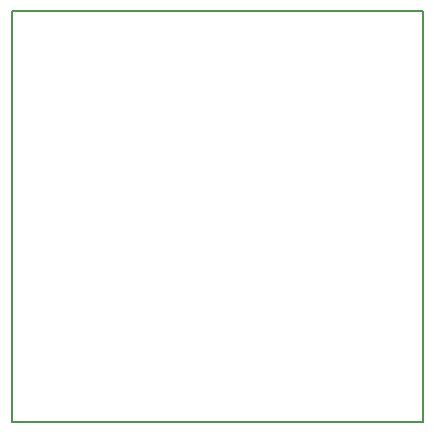
<source format=gbo>
G04 MADE WITH FRITZING*
G04 WWW.FRITZING.ORG*
G04 DOUBLE SIDED*
G04 HOLES PLATED*
G04 CONTOUR ON CENTER OF CONTOUR VECTOR*
%ASAXBY*%
%FSLAX23Y23*%
%MOIN*%
%OFA0B0*%
%SFA1.0B1.0*%
%ADD10R,1.377950X1.377950X1.361950X1.361950*%
%ADD11C,0.008000*%
%LNSILK0*%
G90*
G70*
G54D11*
X4Y1374D02*
X1374Y1374D01*
X1374Y4D01*
X4Y4D01*
X4Y1374D01*
D02*
G04 End of Silk0*
M02*
</source>
